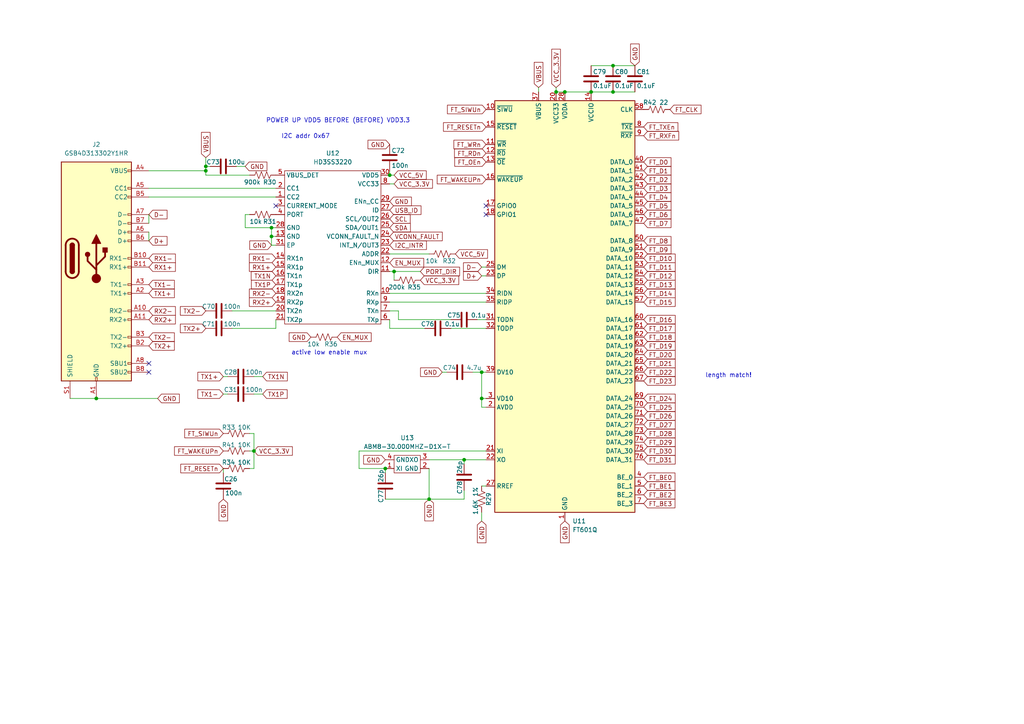
<source format=kicad_sch>
(kicad_sch (version 20231120) (generator "eeschema") (generator_version "8.0")
  (paper "A4")
  (lib_symbols
    (symbol "Connector:USB_C_Receptacle" (pin_names (offset 1.016))
      (property "Reference" "J" (at -10.16 29.21 0))
      (property "Value" "USB_C_Receptacle" (at 10.16 29.21 0))
      (symbol "USB_C_Receptacle_0_0"
        (rectangle (start -0.254 -35.56) (end 0.254 -34.544))
        (rectangle (start 10.16 -32.766) (end 9.144 -33.274))
        (rectangle (start 10.16 -30.226) (end 9.144 -30.734))
        (rectangle (start 10.16 -25.146) (end 9.144 -25.654))
        (rectangle (start 10.16 -22.606) (end 9.144 -23.114))
        (rectangle (start 10.16 -17.526) (end 9.144 -18.034))
        (rectangle (start 10.16 -14.986) (end 9.144 -15.494))
        (rectangle (start 10.16 -9.906) (end 9.144 -10.414))
        (rectangle (start 10.16 -7.366) (end 9.144 -7.874))
        (rectangle (start 10.16 -2.286) (end 9.144 -2.794))
        (rectangle (start 10.16 0.254) (end 9.144 -0.254))
        (rectangle (start 10.16 5.334) (end 9.144 4.826))
        (rectangle (start 10.16 7.874) (end 9.144 7.366))
        (rectangle (start 10.16 10.414) (end 9.144 9.906))
        (rectangle (start 10.16 12.954) (end 9.144 12.446))
        (rectangle (start 10.16 18.034) (end 9.144 17.526))
        (rectangle (start 10.16 20.574) (end 9.144 20.066))
        (rectangle (start 10.16 25.654) (end 9.144 25.146))
      )
      (symbol "USB_C_Receptacle_0_1"
        (rectangle (start -10.16 27.94) (end 10.16 -35.56) (stroke (width 0.254)) (fill (type background)))
        (arc (start -8.89 -3.81) (mid -6.985 -5.7067) (end -5.08 -3.81) (stroke (width 0.508)))
        (arc (start -7.62 -3.81) (mid -6.985 -4.4423) (end -6.35 -3.81) (stroke (width 0.254)))
        (arc (start -7.62 -3.81) (mid -6.985 -4.4423) (end -6.35 -3.81) (stroke (width 0.254)) (fill (type outline)))
        (rectangle (start -7.62 -3.81) (end -6.35 3.81) (stroke (width 0.254)) (fill (type outline)))
        (arc (start -6.35 3.81) (mid -6.985 4.4423) (end -7.62 3.81) (stroke (width 0.254)))
        (arc (start -6.35 3.81) (mid -6.985 4.4423) (end -7.62 3.81) (stroke (width 0.254)) (fill (type outline)))
        (arc (start -5.08 3.81) (mid -6.985 5.7067) (end -8.89 3.81) (stroke (width 0.508)))
        (polyline (pts (xy -8.89 -3.81) (xy -8.89 3.81)) (stroke (width 0.508)))
        (polyline (pts (xy -5.08 3.81) (xy -5.08 -3.81)) (stroke (width 0.508)))
      )
      (symbol "USB_C_Receptacle_1_1"
        (circle (center -2.54 1.143) (radius 0.635) (stroke (width 0.254)) (fill (type outline)))
        (circle (center 0 -5.842) (radius 1.27) (fill (type outline)))
        (polyline (pts (xy 0 -5.842) (xy 0 4.318)) (stroke (width 0.508)))
        (polyline (pts (xy 0 -3.302) (xy -2.54 -0.762) (xy -2.54 0.508)) (stroke (width 0.508)))
        (polyline (pts (xy 0 -2.032) (xy 2.54 0.508) (xy 2.54 1.778)) (stroke (width 0.508)))
        (polyline (pts (xy -1.27 4.318) (xy 0 6.858) (xy 1.27 4.318) (xy -1.27 4.318)) (stroke (width 0.254)) (fill (type outline)))
        (rectangle (start 1.905 1.778) (end 3.175 3.048) (stroke (width 0.254)) (fill (type outline)))
        (pin passive line (at 0 -40.64 90) (length 5.08) (name "GND") (number "A1"))
        (pin bidirectional line (at 15.24 -15.24 180) (length 5.08) (name "RX2-") (number "A10"))
        (pin bidirectional line (at 15.24 -17.78 180) (length 5.08) (name "RX2+") (number "A11"))
        (pin passive line (at 0 -40.64 90) (length 5.08) hide (name "GND") (number "A12"))
        (pin bidirectional line (at 15.24 -10.16 180) (length 5.08) (name "TX1+") (number "A2"))
        (pin bidirectional line (at 15.24 -7.62 180) (length 5.08) (name "TX1-") (number "A3"))
        (pin passive line (at 15.24 25.4 180) (length 5.08) (name "VBUS") (number "A4"))
        (pin bidirectional line (at 15.24 20.32 180) (length 5.08) (name "CC1") (number "A5"))
        (pin bidirectional line (at 15.24 7.62 180) (length 5.08) (name "D+") (number "A6"))
        (pin bidirectional line (at 15.24 12.7 180) (length 5.08) (name "D-") (number "A7"))
        (pin bidirectional line (at 15.24 -30.48 180) (length 5.08) (name "SBU1") (number "A8"))
        (pin passive line (at 15.24 25.4 180) (length 5.08) hide (name "VBUS") (number "A9"))
        (pin passive line (at 0 -40.64 90) (length 5.08) hide (name "GND") (number "B1"))
        (pin bidirectional line (at 15.24 0 180) (length 5.08) (name "RX1-") (number "B10"))
        (pin bidirectional line (at 15.24 -2.54 180) (length 5.08) (name "RX1+") (number "B11"))
        (pin passive line (at 0 -40.64 90) (length 5.08) hide (name "GND") (number "B12"))
        (pin bidirectional line (at 15.24 -25.4 180) (length 5.08) (name "TX2+") (number "B2"))
        (pin bidirectional line (at 15.24 -22.86 180) (length 5.08) (name "TX2-") (number "B3"))
        (pin passive line (at 15.24 25.4 180) (length 5.08) hide (name "VBUS") (number "B4"))
        (pin bidirectional line (at 15.24 17.78 180) (length 5.08) (name "CC2") (number "B5"))
        (pin bidirectional line (at 15.24 5.08 180) (length 5.08) (name "D+") (number "B6"))
        (pin bidirectional line (at 15.24 10.16 180) (length 5.08) (name "D-") (number "B7"))
        (pin bidirectional line (at 15.24 -33.02 180) (length 5.08) (name "SBU2") (number "B8"))
        (pin passive line (at 15.24 25.4 180) (length 5.08) hide (name "VBUS") (number "B9"))
        (pin passive line (at -7.62 -40.64 90) (length 5.08) (name "SHIELD") (number "S1"))
      )
    )
    (symbol "Device:C" (pin_numbers hide) (pin_names (offset 0.254))
      (property "Reference" "C" (at 0.635 2.54 0))
      (property "Value" "C" (at 0.635 -2.54 0))
      (symbol "C_0_1"
        (polyline (pts (xy -2.032 -0.762) (xy 2.032 -0.762)) (stroke (width 0.508)))
        (polyline (pts (xy -2.032 0.762) (xy 2.032 0.762)) (stroke (width 0.508)))
      )
      (symbol "C_1_1"
        (pin passive line (at 0 3.81 270) (length 2.794) (name "~") (number "1"))
        (pin passive line (at 0 -3.81 90) (length 2.794) (name "~") (number "2"))
      )
    )
    (symbol "Device:R_US" (pin_numbers hide) (pin_names (offset 0))
      (property "Reference" "R" (at 2.54 0 90))
      (property "Value" "R_US" (at -2.54 0 90))
      (symbol "R_US_0_1"
        (polyline (pts (xy 0 -2.286) (xy 0 -2.54)))
        (polyline (pts (xy 0 2.286) (xy 0 2.54)))
        (polyline (pts (xy 0 -0.762) (xy 1.016 -1.143) (xy 0 -1.524) (xy -1.016 -1.905) (xy 0 -2.286)))
        (polyline (pts (xy 0 0.762) (xy 1.016 0.381) (xy 0 0) (xy -1.016 -0.381) (xy 0 -0.762)))
        (polyline (pts (xy 0 2.286) (xy 1.016 1.905) (xy 0 1.524) (xy -1.016 1.143) (xy 0 0.762)))
      )
      (symbol "R_US_1_1"
        (pin passive line (at 0 3.81 270) (length 1.27) (name "~") (number "1"))
        (pin passive line (at 0 -3.81 90) (length 1.27) (name "~") (number "2"))
      )
    )
    (symbol "Interface_USB:FT601Q"
      (property "Reference" "U" (at -19.05 62.23 0))
      (property "Value" "FT601Q" (at 16.51 62.23 0))
      (symbol "FT601Q_0_1"
        (rectangle (start -20.32 60.96) (end 20.32 -58.42) (stroke (width 0.254)) (fill (type background)))
      )
      (symbol "FT601Q_1_1"
        (pin power_in line (at 0 -60.96 90) (length 2.54) (name "GND") (number "1"))
        (pin input line (at -22.86 58.42 0) (length 2.54) (name "~{SIWU}") (number "10"))
        (pin input line (at -22.86 48.26 0) (length 2.54) (name "~{WR}") (number "11"))
        (pin input line (at -22.86 45.72 0) (length 2.54) (name "~{RD}") (number "12"))
        (pin input line (at -22.86 43.18 0) (length 2.54) (name "~{OE}") (number "13"))
        (pin power_in line (at 7.62 63.5 270) (length 2.54) (name "VCCIO") (number "14"))
        (pin input line (at -22.86 53.34 0) (length 2.54) (name "~{RESET}") (number "15"))
        (pin bidirectional line (at -22.86 38.1 0) (length 2.54) (name "~{WAKEUP}") (number "16"))
        (pin bidirectional line (at -22.86 30.48 0) (length 2.54) (name "GPIO0") (number "17"))
        (pin bidirectional line (at -22.86 27.94 0) (length 2.54) (name "GPIO1") (number "18"))
        (pin no_connect line (at -20.32 -48.26 0) (length 2.54) hide (name "Reserved") (number "19"))
        (pin power_in line (at -22.86 -27.94 0) (length 2.54) (name "AVDD") (number "2"))
        (pin power_in line (at -2.54 63.5 270) (length 2.54) (name "VCC33") (number "20"))
        (pin input line (at -22.86 -40.64 0) (length 2.54) (name "XI") (number "21"))
        (pin output line (at -22.86 -43.18 0) (length 2.54) (name "XO") (number "22"))
        (pin bidirectional line (at -22.86 10.16 0) (length 2.54) (name "DP") (number "23"))
        (pin passive line (at -2.54 63.5 270) (length 2.54) hide (name "VCC33") (number "24"))
        (pin bidirectional line (at -22.86 12.7 0) (length 2.54) (name "DM") (number "25"))
        (pin passive line (at 0 -60.96 90) (length 2.54) hide (name "GND") (number "26"))
        (pin input line (at -22.86 -50.8 0) (length 2.54) (name "RREF") (number "27"))
        (pin power_in line (at 0 63.5 270) (length 2.54) (name "VDDA") (number "28"))
        (pin passive line (at 0 -60.96 90) (length 2.54) hide (name "GND") (number "29"))
        (pin power_in line (at -22.86 -25.4 0) (length 2.54) (name "VD10") (number "3"))
        (pin passive line (at -22.86 -25.4 0) (length 2.54) hide (name "VD10") (number "30"))
        (pin output line (at -22.86 -2.54 0) (length 2.54) (name "TODN") (number "31"))
        (pin output line (at -22.86 -5.08 0) (length 2.54) (name "TODP") (number "32"))
        (pin passive line (at -22.86 -25.4 0) (length 2.54) hide (name "VD10") (number "33"))
        (pin input line (at -22.86 5.08 0) (length 2.54) (name "RIDN") (number "34"))
        (pin input line (at -22.86 2.54 0) (length 2.54) (name "RIDP") (number "35"))
        (pin passive line (at 0 -60.96 90) (length 2.54) hide (name "GND") (number "36"))
        (pin power_in line (at -7.62 63.5 270) (length 2.54) (name "VBUS") (number "37"))
        (pin passive line (at -2.54 63.5 270) (length 2.54) hide (name "VCC33") (number "38"))
        (pin power_out line (at -22.86 -17.78 0) (length 2.54) (name "DV10") (number "39"))
        (pin bidirectional line (at 22.86 -48.26 180) (length 2.54) (name "BE_0") (number "4"))
        (pin bidirectional line (at 22.86 43.18 180) (length 2.54) (name "DATA_0") (number "40"))
        (pin bidirectional line (at 22.86 40.64 180) (length 2.54) (name "DATA_1") (number "41"))
        (pin bidirectional line (at 22.86 38.1 180) (length 2.54) (name "DATA_2") (number "42"))
        (pin bidirectional line (at 22.86 35.56 180) (length 2.54) (name "DATA_3") (number "43"))
        (pin bidirectional line (at 22.86 33.02 180) (length 2.54) (name "DATA_4") (number "44"))
        (pin bidirectional line (at 22.86 30.48 180) (length 2.54) (name "DATA_5") (number "45"))
        (pin bidirectional line (at 22.86 27.94 180) (length 2.54) (name "DATA_6") (number "46"))
        (pin bidirectional line (at 22.86 25.4 180) (length 2.54) (name "DATA_7") (number "47"))
        (pin passive line (at -22.86 -25.4 0) (length 2.54) hide (name "VD10") (number "48"))
        (pin passive line (at 7.62 63.5 270) (length 2.54) hide (name "VCCIO") (number "49"))
        (pin bidirectional line (at 22.86 -50.8 180) (length 2.54) (name "BE_1") (number "5"))
        (pin bidirectional line (at 22.86 20.32 180) (length 2.54) (name "DATA_8") (number "50"))
        (pin bidirectional line (at 22.86 17.78 180) (length 2.54) (name "DATA_9") (number "51"))
        (pin bidirectional line (at 22.86 15.24 180) (length 2.54) (name "DATA_10") (number "52"))
        (pin bidirectional line (at 22.86 12.7 180) (length 2.54) (name "DATA_11") (number "53"))
        (pin bidirectional line (at 22.86 10.16 180) (length 2.54) (name "DATA_12") (number "54"))
        (pin bidirectional line (at 22.86 7.62 180) (length 2.54) (name "DATA_13") (number "55"))
        (pin bidirectional line (at 22.86 5.08 180) (length 2.54) (name "DATA_14") (number "56"))
        (pin bidirectional line (at 22.86 2.54 180) (length 2.54) (name "DATA_15") (number "57"))
        (pin output line (at 22.86 58.42 180) (length 2.54) (name "CLK") (number "58"))
        (pin passive line (at 7.62 63.5 270) (length 2.54) hide (name "VCCIO") (number "59"))
        (pin bidirectional line (at 22.86 -53.34 180) (length 2.54) (name "BE_2") (number "6"))
        (pin bidirectional line (at 22.86 -2.54 180) (length 2.54) (name "DATA_16") (number "60"))
        (pin bidirectional line (at 22.86 -5.08 180) (length 2.54) (name "DATA_17") (number "61"))
        (pin bidirectional line (at 22.86 -7.62 180) (length 2.54) (name "DATA_18") (number "62"))
        (pin bidirectional line (at 22.86 -10.16 180) (length 2.54) (name "DATA_19") (number "63"))
        (pin bidirectional line (at 22.86 -12.7 180) (length 2.54) (name "DATA_20") (number "64"))
        (pin bidirectional line (at 22.86 -15.24 180) (length 2.54) (name "DATA_21") (number "65"))
        (pin bidirectional line (at 22.86 -17.78 180) (length 2.54) (name "DATA_22") (number "66"))
        (pin bidirectional line (at 22.86 -20.32 180) (length 2.54) (name "DATA_23") (number "67"))
        (pin passive line (at 7.62 63.5 270) (length 2.54) hide (name "VCCIO") (number "68"))
        (pin bidirectional line (at 22.86 -25.4 180) (length 2.54) (name "DATA_24") (number "69"))
        (pin bidirectional line (at 22.86 -55.88 180) (length 2.54) (name "BE_3") (number "7"))
        (pin bidirectional line (at 22.86 -27.94 180) (length 2.54) (name "DATA_25") (number "70"))
        (pin bidirectional line (at 22.86 -30.48 180) (length 2.54) (name "DATA_26") (number "71"))
        (pin bidirectional line (at 22.86 -33.02 180) (length 2.54) (name "DATA_27") (number "72"))
        (pin bidirectional line (at 22.86 -35.56 180) (length 2.54) (name "DATA_28") (number "73"))
        (pin bidirectional line (at 22.86 -38.1 180) (length 2.54) (name "DATA_29") (number "74"))
        (pin bidirectional line (at 22.86 -40.64 180) (length 2.54) (name "DATA_30") (number "75"))
        (pin bidirectional line (at 22.86 -43.18 180) (length 2.54) (name "DATA_31") (number "76"))
        (pin passive line (at 0 -60.96 90) (length 2.54) hide (name "GND") (number "77"))
        (pin output line (at 22.86 53.34 180) (length 2.54) (name "~{TXE}") (number "8"))
        (pin output line (at 22.86 50.8 180) (length 2.54) (name "~{RXF}") (number "9"))
      )
    )
    (symbol "hfsdr:ABM8-30.000MHZ-D1X-T"
      (property "Reference" "U" (at 0 3.81 0))
      (property "Value" "ABM8-30.000MHZ-D1X-T " (at 1.27 -1.27 0))
      (symbol "ABM8-30.000MHZ-D1X-T_0_1"
        (rectangle (start -3.81 2.54) (end 3.81 -2.54))
      )
      (symbol "ABM8-30.000MHZ-D1X-T_1_1"
        (pin passive line (at -6.35 -1.27 0) (length 2.54) (name "XI") (number "1"))
        (pin passive line (at 6.35 -1.27 180) (length 2.54) (name "GND") (number "2"))
        (pin passive line (at 6.35 1.27 180) (length 2.54) (name "XO") (number "3"))
        (pin passive line (at -6.35 1.27 0) (length 2.54) (name "GND") (number "4"))
      )
    )
    (symbol "hfsdr:HD3SS3220"
      (property "Reference" "U" (at 0 -3.302 0))
      (property "Value" "HD3SS3220" (at 0 -12.192 0))
      (symbol "HD3SS3220_0_1"
        (rectangle (start -13.97 19.05) (end 13.97 -25.4))
      )
      (symbol "HD3SS3220_1_1"
        (pin bidirectional line (at -16.51 11.43 0) (length 2.54) (name "CC2") (number "1"))
        (pin bidirectional line (at 16.51 -16.51 180) (length 2.54) (name "RXn") (number "10"))
        (pin output line (at 16.51 -10.16 180) (length 2.54) (name "DIR") (number "11"))
        (pin input line (at 16.51 -7.62 180) (length 2.54) (name "ENn_MUX") (number "12"))
        (pin passive line (at -16.51 0 0) (length 2.54) (name "GND") (number "13"))
        (pin bidirectional line (at -16.51 -6.35 0) (length 2.54) (name "RX1n") (number "14"))
        (pin bidirectional line (at -16.51 -8.89 0) (length 2.54) (name "RX1p") (number "15"))
        (pin bidirectional line (at -16.51 -11.43 0) (length 2.54) (name "TX1n") (number "16"))
        (pin bidirectional line (at -16.51 -13.97 0) (length 2.54) (name "TX1p") (number "17"))
        (pin bidirectional line (at -16.51 -16.51 0) (length 2.54) (name "RX2n") (number "18"))
        (pin bidirectional line (at -16.51 -19.05 0) (length 2.54) (name "RX2p") (number "19"))
        (pin bidirectional line (at -16.51 13.97 0) (length 2.54) (name "CC1") (number "2"))
        (pin bidirectional line (at -16.51 -21.59 0) (length 2.54) (name "TX2n") (number "20"))
        (pin bidirectional line (at -16.51 -24.13 0) (length 2.54) (name "TX2p") (number "21"))
        (pin input line (at 16.51 -5.08 180) (length 2.54) (name "ADDR") (number "22"))
        (pin output line (at 16.51 -2.54 180) (length 2.54) (name "INT_N/OUT3") (number "23"))
        (pin output line (at 16.51 0 180) (length 2.54) (name "VCONN_FAULT_N") (number "24"))
        (pin bidirectional line (at 16.51 2.54 180) (length 2.54) (name "SDA/OUT1") (number "25"))
        (pin bidirectional line (at 16.51 5.08 180) (length 2.54) (name "SCL/OUT2") (number "26"))
        (pin output line (at 16.51 7.62 180) (length 2.54) (name "ID") (number "27"))
        (pin passive line (at -16.51 2.54 0) (length 2.54) (name "GND") (number "28"))
        (pin input line (at 16.51 10.16 180) (length 2.54) (name "ENn_CC") (number "29"))
        (pin input line (at -16.51 8.89 0) (length 2.54) (name "CURRENT_MODE") (number "3"))
        (pin power_in line (at 16.51 17.78 180) (length 2.54) (name "VDD5") (number "30"))
        (pin passive line (at -16.51 -2.54 0) (length 2.54) (name "EP") (number "31"))
        (pin input line (at -16.51 6.35 0) (length 2.54) (name "PORT") (number "4"))
        (pin input line (at -16.51 17.78 0) (length 2.54) (name "VBUS_DET") (number "5"))
        (pin bidirectional line (at 16.51 -24.13 180) (length 2.54) (name "TXp") (number "6"))
        (pin bidirectional line (at 16.51 -21.59 180) (length 2.54) (name "TXn") (number "7"))
        (pin power_in line (at 16.51 15.24 180) (length 2.54) (name "VCC33") (number "8"))
        (pin bidirectional line (at 16.51 -19.05 180) (length 2.54) (name "RXp") (number "9"))
      )
    )
  )
  (junction (at 73.66 130.81))
  (junction (at 163.83 26.67))
  (junction (at 27.94 115.57))
  (junction (at 139.7 115.57))
  (junction (at 78.74 68.58))
  (junction (at 139.7 107.95))
  (junction (at 59.69 48.26))
  (junction (at 59.69 49.53))
  (junction (at 124.46 144.78))
  (junction (at 177.8 26.67))
  (junction (at 78.74 66.04))
  (junction (at 114.3 78.74))
  (junction (at 111.76 135.89))
  (junction (at 134.62 133.35))
  (junction (at 171.45 26.67))
  (junction (at 113.03 50.8))
  (junction (at 161.29 26.67))
  (junction (at 177.8 19.05))
  (no_connect (at 140.97 59.69))
  (no_connect (at 80.01 59.69))
  (no_connect (at 43.18 105.41))
  (no_connect (at 140.97 62.23))
  (no_connect (at 43.18 107.95))
  (wire (pts (xy 130.81 95.25) (xy 140.97 95.25)))
  (wire (pts (xy 139.7 80.01) (xy 140.97 80.01)))
  (wire (pts (xy 114.3 78.74) (xy 113.03 78.74)))
  (wire (pts (xy 113.03 87.63) (xy 140.97 87.63)))
  (wire (pts (xy 59.69 45.72) (xy 59.69 48.26)))
  (wire (pts (xy 104.14 135.89) (xy 111.76 135.89)))
  (wire (pts (xy 67.31 90.17) (xy 80.01 90.17)))
  (wire (pts (xy 139.7 77.47) (xy 140.97 77.47)))
  (wire (pts (xy 104.14 130.81) (xy 104.14 135.89)))
  (wire (pts (xy 177.8 19.05) (xy 184.15 19.05)))
  (wire (pts (xy 72.39 62.23) (xy 71.12 62.23)))
  (wire (pts (xy 72.39 125.73) (xy 73.66 125.73)))
  (wire (pts (xy 128.27 107.95) (xy 129.54 107.95)))
  (wire (pts (xy 114.3 78.74) (xy 121.92 78.74)))
  (wire (pts (xy 64.77 114.3) (xy 66.04 114.3)))
  (wire (pts (xy 138.43 92.71) (xy 140.97 92.71)))
  (wire (pts (xy 111.76 144.78) (xy 124.46 144.78)))
  (wire (pts (xy 115.57 92.71) (xy 115.57 90.17)))
  (wire (pts (xy 59.69 48.26) (xy 60.96 48.26)))
  (wire (pts (xy 113.03 53.34) (xy 114.3 53.34)))
  (wire (pts (xy 134.62 133.35) (xy 140.97 133.35)))
  (wire (pts (xy 43.18 49.53) (xy 59.69 49.53)))
  (wire (pts (xy 43.18 62.23) (xy 43.18 64.77)))
  (wire (pts (xy 139.7 118.11) (xy 140.97 118.11)))
  (wire (pts (xy 59.69 48.26) (xy 59.69 49.53)))
  (wire (pts (xy 78.74 71.12) (xy 80.01 71.12)))
  (wire (pts (xy 78.74 68.58) (xy 80.01 68.58)))
  (wire (pts (xy 124.46 135.89) (xy 124.46 144.78)))
  (wire (pts (xy 177.8 26.67) (xy 184.15 26.67)))
  (wire (pts (xy 43.18 54.61) (xy 80.01 54.61)))
  (wire (pts (xy 139.7 107.95) (xy 140.97 107.95)))
  (wire (pts (xy 124.46 144.78) (xy 134.62 144.78)))
  (wire (pts (xy 111.76 137.16) (xy 111.76 135.89)))
  (wire (pts (xy 113.03 73.66) (xy 124.46 73.66)))
  (wire (pts (xy 171.45 26.67) (xy 177.8 26.67)))
  (wire (pts (xy 139.7 140.97) (xy 140.97 140.97)))
  (wire (pts (xy 80.01 95.25) (xy 67.31 95.25)))
  (wire (pts (xy 78.74 68.58) (xy 78.74 71.12)))
  (wire (pts (xy 113.03 49.53) (xy 113.03 50.8)))
  (wire (pts (xy 161.29 25.4) (xy 161.29 26.67)))
  (wire (pts (xy 78.74 66.04) (xy 80.01 66.04)))
  (wire (pts (xy 156.21 25.4) (xy 156.21 26.67)))
  (wire (pts (xy 71.12 62.23) (xy 71.12 66.04)))
  (wire (pts (xy 161.29 26.67) (xy 163.83 26.67)))
  (wire (pts (xy 27.94 115.57) (xy 45.72 115.57)))
  (wire (pts (xy 113.03 85.09) (xy 140.97 85.09)))
  (wire (pts (xy 115.57 90.17) (xy 113.03 90.17)))
  (wire (pts (xy 163.83 26.67) (xy 171.45 26.67)))
  (wire (pts (xy 134.62 142.24) (xy 134.62 144.78)))
  (wire (pts (xy 76.2 109.22) (xy 73.66 109.22)))
  (wire (pts (xy 80.01 92.71) (xy 80.01 95.25)))
  (wire (pts (xy 76.2 114.3) (xy 73.66 114.3)))
  (wire (pts (xy 114.3 50.8) (xy 113.03 50.8)))
  (wire (pts (xy 113.03 95.25) (xy 113.03 92.71)))
  (wire (pts (xy 137.16 107.95) (xy 139.7 107.95)))
  (wire (pts (xy 171.45 19.05) (xy 177.8 19.05)))
  (wire (pts (xy 73.66 130.81) (xy 72.39 130.81)))
  (wire (pts (xy 123.19 95.25) (xy 113.03 95.25)))
  (wire (pts (xy 114.3 78.74) (xy 114.3 81.28)))
  (wire (pts (xy 71.12 66.04) (xy 78.74 66.04)))
  (wire (pts (xy 78.74 66.04) (xy 78.74 68.58)))
  (wire (pts (xy 43.18 67.31) (xy 43.18 69.85)))
  (wire (pts (xy 72.39 135.89) (xy 73.66 135.89)))
  (wire (pts (xy 59.69 49.53) (xy 59.69 50.8)))
  (wire (pts (xy 73.66 125.73) (xy 73.66 130.81)))
  (wire (pts (xy 139.7 115.57) (xy 140.97 115.57)))
  (wire (pts (xy 139.7 151.13) (xy 139.7 148.59)))
  (wire (pts (xy 139.7 115.57) (xy 139.7 118.11)))
  (wire (pts (xy 134.62 134.62) (xy 134.62 133.35)))
  (wire (pts (xy 130.81 92.71) (xy 115.57 92.71)))
  (wire (pts (xy 59.69 50.8) (xy 72.39 50.8)))
  (wire (pts (xy 43.18 57.15) (xy 80.01 57.15)))
  (wire (pts (xy 104.14 130.81) (xy 140.97 130.81)))
  (wire (pts (xy 64.77 137.16) (xy 64.77 135.89)))
  (wire (pts (xy 124.46 133.35) (xy 134.62 133.35)))
  (wire (pts (xy 20.32 115.57) (xy 27.94 115.57)))
  (wire (pts (xy 71.12 48.26) (xy 68.58 48.26)))
  (wire (pts (xy 64.77 109.22) (xy 66.04 109.22)))
  (wire (pts (xy 139.7 107.95) (xy 139.7 115.57)))
  (wire (pts (xy 73.66 135.89) (xy 73.66 130.81)))
  (text "active low enable mux" (at 95.504 102.362 0) (effects (font (size 1.27 1.27))))
  (text "POWER UP VDD5 BEFORE (BEFORE) VDD3.3" (at 98.044 35.052 0) (effects (font (size 1.27 1.27))))
  (text "length match!" (at 211.328 108.966 0) (effects (font (size 1.27 1.27))))
  (text "I2C addr 0x67" (at 88.646 39.624 0) (effects (font (size 1.27 1.27))))
  (global_label "FT_D18" (shape input) (at 186.69 97.79 0) (property "Intersheetrefs" "${INTERSHEET_REFS}" (effects (hide yes))))
  (global_label "RX2-" (shape input) (at 80.01 85.09 180) (property "Intersheetrefs" "${INTERSHEET_REFS}" (effects (hide yes))))
  (global_label "FT_D16" (shape input) (at 186.69 92.71 0) (property "Intersheetrefs" "${INTERSHEET_REFS}" (effects (hide yes))))
  (global_label "GND" (shape input) (at 184.15 19.05 90) (property "Intersheetrefs" "${INTERSHEET_REFS}" (effects (hide yes))))
  (global_label "FT_D8" (shape input) (at 186.69 69.85 0) (property "Intersheetrefs" "${INTERSHEET_REFS}" (effects (hide yes))))
  (global_label "TX1+" (shape input) (at 64.77 109.22 180) (property "Intersheetrefs" "${INTERSHEET_REFS}" (effects (hide yes))))
  (global_label "FT_D22" (shape input) (at 186.69 107.95 0) (property "Intersheetrefs" "${INTERSHEET_REFS}" (effects (hide yes))))
  (global_label "FT_D23" (shape input) (at 186.69 110.49 0) (property "Intersheetrefs" "${INTERSHEET_REFS}" (effects (hide yes))))
  (global_label "FT_RESETn" (shape input) (at 140.97 36.83 180) (property "Intersheetrefs" "${INTERSHEET_REFS}" (effects (hide yes))))
  (global_label "FT_D3" (shape input) (at 186.69 54.61 0) (property "Intersheetrefs" "${INTERSHEET_REFS}" (effects (hide yes))))
  (global_label "VCC_3.3V" (shape input) (at 73.66 130.81 0) (property "Intersheetrefs" "${INTERSHEET_REFS}" (effects (hide yes))))
  (global_label "TX2-" (shape input) (at 59.69 90.17 180) (property "Intersheetrefs" "${INTERSHEET_REFS}" (effects (hide yes))))
  (global_label "FT_D11" (shape input) (at 186.69 77.47 0) (property "Intersheetrefs" "${INTERSHEET_REFS}" (effects (hide yes))))
  (global_label "VCC_3.3V" (shape input) (at 114.3 53.34 0) (property "Intersheetrefs" "${INTERSHEET_REFS}" (effects (hide yes))))
  (global_label "FT_SIWUn" (shape input) (at 64.77 125.73 180) (property "Intersheetrefs" "${INTERSHEET_REFS}" (effects (hide yes))))
  (global_label "FT_RESETn" (shape input) (at 64.77 135.89 180) (property "Intersheetrefs" "${INTERSHEET_REFS}" (effects (hide yes))))
  (global_label "FT_D10" (shape input) (at 186.69 74.93 0) (property "Intersheetrefs" "${INTERSHEET_REFS}" (effects (hide yes))))
  (global_label "FT_D14" (shape input) (at 186.69 85.09 0) (property "Intersheetrefs" "${INTERSHEET_REFS}" (effects (hide yes))))
  (global_label "FT_BE2" (shape input) (at 186.69 143.51 0) (property "Intersheetrefs" "${INTERSHEET_REFS}" (effects (hide yes))))
  (global_label "GND" (shape input) (at 113.03 41.91 180) (property "Intersheetrefs" "${INTERSHEET_REFS}" (effects (hide yes))))
  (global_label "RX1+" (shape input) (at 80.01 77.47 180) (property "Intersheetrefs" "${INTERSHEET_REFS}" (effects (hide yes))))
  (global_label "GND" (shape input) (at 139.7 151.13 270) (property "Intersheetrefs" "${INTERSHEET_REFS}" (effects (hide yes))))
  (global_label "PORT_DIR" (shape input) (at 121.92 78.74 0) (property "Intersheetrefs" "${INTERSHEET_REFS}" (effects (hide yes))))
  (global_label "FT_RDn" (shape input) (at 140.97 44.45 180) (property "Intersheetrefs" "${INTERSHEET_REFS}" (effects (hide yes))))
  (global_label "GND" (shape input) (at 90.17 97.79 180) (property "Intersheetrefs" "${INTERSHEET_REFS}" (effects (hide yes))))
  (global_label "FT_D0" (shape input) (at 186.69 46.99 0) (property "Intersheetrefs" "${INTERSHEET_REFS}" (effects (hide yes))))
  (global_label "FT_D4" (shape input) (at 186.69 57.15 0) (property "Intersheetrefs" "${INTERSHEET_REFS}" (effects (hide yes))))
  (global_label "EN_MUX" (shape input) (at 113.03 76.2 0) (property "Intersheetrefs" "${INTERSHEET_REFS}" (effects (hide yes))))
  (global_label "FT_D1" (shape input) (at 186.69 49.53 0) (property "Intersheetrefs" "${INTERSHEET_REFS}" (effects (hide yes))))
  (global_label "D-" (shape input) (at 139.7 77.47 180) (property "Intersheetrefs" "${INTERSHEET_REFS}" (effects (hide yes))))
  (global_label "FT_D24" (shape input) (at 186.69 115.57 0) (property "Intersheetrefs" "${INTERSHEET_REFS}" (effects (hide yes))))
  (global_label "GND" (shape input) (at 124.46 144.78 270) (property "Intersheetrefs" "${INTERSHEET_REFS}" (effects (hide yes))))
  (global_label "FT_WAKEUPn" (shape input) (at 140.97 52.07 180) (property "Intersheetrefs" "${INTERSHEET_REFS}" (effects (hide yes))))
  (global_label "VCC_5V" (shape input) (at 114.3 50.8 0) (property "Intersheetrefs" "${INTERSHEET_REFS}" (effects (hide yes))))
  (global_label "I2C_INTR" (shape input) (at 113.03 71.12 0) (property "Intersheetrefs" "${INTERSHEET_REFS}" (effects (hide yes))))
  (global_label "FT_OEn" (shape input) (at 140.97 46.99 180) (property "Intersheetrefs" "${INTERSHEET_REFS}" (effects (hide yes))))
  (global_label "GND" (shape input) (at 111.76 133.35 180) (property "Intersheetrefs" "${INTERSHEET_REFS}" (effects (hide yes))))
  (global_label "FT_D15" (shape input) (at 186.69 87.63 0) (property "Intersheetrefs" "${INTERSHEET_REFS}" (effects (hide yes))))
  (global_label "FT_D30" (shape input) (at 186.69 130.81 0) (property "Intersheetrefs" "${INTERSHEET_REFS}" (effects (hide yes))))
  (global_label "RX1-" (shape input) (at 43.18 74.93 0) (property "Intersheetrefs" "${INTERSHEET_REFS}" (effects (hide yes))))
  (global_label "FT_D27" (shape input) (at 186.69 123.19 0) (property "Intersheetrefs" "${INTERSHEET_REFS}" (effects (hide yes))))
  (global_label "FT_BE1" (shape input) (at 186.69 140.97 0) (property "Intersheetrefs" "${INTERSHEET_REFS}" (effects (hide yes))))
  (global_label "VBUS" (shape input) (at 156.21 25.4 90) (property "Intersheetrefs" "${INTERSHEET_REFS}" (effects (hide yes))))
  (global_label "SCL" (shape input) (at 113.03 63.5 0) (property "Intersheetrefs" "${INTERSHEET_REFS}" (effects (hide yes))))
  (global_label "TX2+" (shape input) (at 59.69 95.25 180) (property "Intersheetrefs" "${INTERSHEET_REFS}" (effects (hide yes))))
  (global_label "VCONN_FAULT" (shape input) (at 113.03 68.58 0) (property "Intersheetrefs" "${INTERSHEET_REFS}" (effects (hide yes))))
  (global_label "FT_D2" (shape input) (at 186.69 52.07 0) (property "Intersheetrefs" "${INTERSHEET_REFS}" (effects (hide yes))))
  (global_label "FT_D26" (shape input) (at 186.69 120.65 0) (property "Intersheetrefs" "${INTERSHEET_REFS}" (effects (hide yes))))
  (global_label "SDA" (shape input) (at 113.03 66.04 0) (property "Intersheetrefs" "${INTERSHEET_REFS}" (effects (hide yes))))
  (global_label "GND" (shape input) (at 163.83 151.13 270) (property "Intersheetrefs" "${INTERSHEET_REFS}" (effects (hide yes))))
  (global_label "GND" (shape input) (at 45.72 115.57 0) (property "Intersheetrefs" "${INTERSHEET_REFS}" (effects (hide yes))))
  (global_label "VCC_3.3V" (shape input) (at 121.92 81.28 0) (property "Intersheetrefs" "${INTERSHEET_REFS}" (effects (hide yes))))
  (global_label "FT_CLK" (shape input) (at 194.31 31.75 0) (property "Intersheetrefs" "${INTERSHEET_REFS}" (effects (hide yes))))
  (global_label "TX1N" (shape input) (at 76.2 109.22 0) (property "Intersheetrefs" "${INTERSHEET_REFS}" (effects (hide yes))))
  (global_label "FT_BE0" (shape input) (at 186.69 138.43 0) (property "Intersheetrefs" "${INTERSHEET_REFS}" (effects (hide yes))))
  (global_label "FT_D25" (shape input) (at 186.69 118.11 0) (property "Intersheetrefs" "${INTERSHEET_REFS}" (effects (hide yes))))
  (global_label "FT_WAKEUPn" (shape input) (at 64.77 130.81 180) (property "Intersheetrefs" "${INTERSHEET_REFS}" (effects (hide yes))))
  (global_label "TX1-" (shape input) (at 64.77 114.3 180) (property "Intersheetrefs" "${INTERSHEET_REFS}" (effects (hide yes))))
  (global_label "FT_D19" (shape input) (at 186.69 100.33 0) (property "Intersheetrefs" "${INTERSHEET_REFS}" (effects (hide yes))))
  (global_label "D+" (shape input) (at 139.7 80.01 180) (property "Intersheetrefs" "${INTERSHEET_REFS}" (effects (hide yes))))
  (global_label "FT_RXFn" (shape input) (at 186.69 39.37 0) (property "Intersheetrefs" "${INTERSHEET_REFS}" (effects (hide yes))))
  (global_label "FT_D5" (shape input) (at 186.69 59.69 0) (property "Intersheetrefs" "${INTERSHEET_REFS}" (effects (hide yes))))
  (global_label "FT_SIWUn" (shape input) (at 140.97 31.75 180) (property "Intersheetrefs" "${INTERSHEET_REFS}" (effects (hide yes))))
  (global_label "RX2+" (shape input) (at 80.01 87.63 180) (property "Intersheetrefs" "${INTERSHEET_REFS}" (effects (hide yes))))
  (global_label "D-" (shape input) (at 43.18 62.23 0) (property "Intersheetrefs" "${INTERSHEET_REFS}" (effects (hide yes))))
  (global_label "FT_D9" (shape input) (at 186.69 72.39 0) (property "Intersheetrefs" "${INTERSHEET_REFS}" (effects (hide yes))))
  (global_label "FT_D12" (shape input) (at 186.69 80.01 0) (property "Intersheetrefs" "${INTERSHEET_REFS}" (effects (hide yes))))
  (global_label "FT_D29" (shape input) (at 186.69 128.27 0) (property "Intersheetrefs" "${INTERSHEET_REFS}" (effects (hide yes))))
  (global_label "TX1-" (shape input) (at 43.18 82.55 0) (property "Intersheetrefs" "${INTERSHEET_REFS}" (effects (hide yes))))
  (global_label "FT_D28" (shape input) (at 186.69 125.73 0) (property "Intersheetrefs" "${INTERSHEET_REFS}" (effects (hide yes))))
  (global_label "TX2+" (shape input) (at 43.18 100.33 0) (property "Intersheetrefs" "${INTERSHEET_REFS}" (effects (hide yes))))
  (global_label "FT_D6" (shape input) (at 186.69 62.23 0) (property "Intersheetrefs" "${INTERSHEET_REFS}" (effects (hide yes))))
  (global_label "RX1+" (shape input) (at 43.18 77.47 0) (property "Intersheetrefs" "${INTERSHEET_REFS}" (effects (hide yes))))
  (global_label "VBUS" (shape input) (at 59.69 45.72 90) (property "Intersheetrefs" "${INTERSHEET_REFS}" (effects (hide yes))))
  (global_label "D+" (shape input) (at 43.18 69.85 0) (property "Intersheetrefs" "${INTERSHEET_REFS}" (effects (hide yes))))
  (global_label "VCC_3.3V" (shape input) (at 161.29 25.4 90) (property "Intersheetrefs" "${INTERSHEET_REFS}" (effects (hide yes))))
  (global_label "RX1-" (shape input) (at 80.01 74.93 180) (property "Intersheetrefs" "${INTERSHEET_REFS}" (effects (hide yes))))
  (global_label "GND" (shape input) (at 64.77 144.78 270) (property "Intersheetrefs" "${INTERSHEET_REFS}" (effects (hide yes))))
  (global_label "VCC_5V" (shape input) (at 132.08 73.66 0) (property "Intersheetrefs" "${INTERSHEET_REFS}" (effects (hide yes))))
  (global_label "TX1+" (shape input) (at 43.18 85.09 0) (property "Intersheetrefs" "${INTERSHEET_REFS}" (effects (hide yes))))
  (global_label "TX2-" (shape input) (at 43.18 97.79 0) (property "Intersheetrefs" "${INTERSHEET_REFS}" (effects (hide yes))))
  (global_label "GND" (shape input) (at 113.03 58.42 0) (property "Intersheetrefs" "${INTERSHEET_REFS}" (effects (hide yes))))
  (global_label "FT_D21" (shape input) (at 186.69 105.41 0) (property "Intersheetrefs" "${INTERSHEET_REFS}" (effects (hide yes))))
  (global_label "FT_D20" (shape input) (at 186.69 102.87 0) (property "Intersheetrefs" "${INTERSHEET_REFS}" (effects (hide yes))))
  (global_label "USB_ID" (shape input) (at 113.03 60.96 0) (property "Intersheetrefs" "${INTERSHEET_REFS}" (effects (hide yes))))
  (global_label "TX1P" (shape input) (at 80.01 82.55 180) (property "Intersheetrefs" "${INTERSHEET_REFS}" (effects (hide yes))))
  (global_label "EN_MUX" (shape input) (at 97.79 97.79 0) (property "Intersheetrefs" "${INTERSHEET_REFS}" (effects (hide yes))))
  (global_label "FT_D13" (shape input) (at 186.69 82.55 0) (property "Intersheetrefs" "${INTERSHEET_REFS}" (effects (hide yes))))
  (global_label "GND" (shape input) (at 128.27 107.95 180) (property "Intersheetrefs" "${INTERSHEET_REFS}" (effects (hide yes))))
  (global_label "TX1P" (shape input) (at 76.2 114.3 0) (property "Intersheetrefs" "${INTERSHEET_REFS}" (effects (hide yes))))
  (global_label "FT_BE3" (shape input) (at 186.69 146.05 0) (property "Intersheetrefs" "${INTERSHEET_REFS}" (effects (hide yes))))
  (global_label "FT_WRn" (shape input) (at 140.97 41.91 180) (property "Intersheetrefs" "${INTERSHEET_REFS}" (effects (hide yes))))
  (global_label "RX2-" (shape input) (at 43.18 90.17 0) (property "Intersheetrefs" "${INTERSHEET_REFS}" (effects (hide yes))))
  (global_label "FT_TXEn" (shape input) (at 186.69 36.83 0) (property "Intersheetrefs" "${INTERSHEET_REFS}" (effects (hide yes))))
  (global_label "RX2+" (shape input) (at 43.18 92.71 0) (property "Intersheetrefs" "${INTERSHEET_REFS}" (effects (hide yes))))
  (global_label "GND" (shape input) (at 71.12 48.26 0) (property "Intersheetrefs" "${INTERSHEET_REFS}" (effects (hide yes))))
  (global_label "FT_D7" (shape input) (at 186.69 64.77 0) (property "Intersheetrefs" "${INTERSHEET_REFS}" (effects (hide yes))))
  (global_label "TX1N" (shape input) (at 80.01 80.01 180) (property "Intersheetrefs" "${INTERSHEET_REFS}" (effects (hide yes))))
  (global_label "GND" (shape input) (at 78.74 71.12 180) (property "Intersheetrefs" "${INTERSHEET_REFS}" (effects (hide yes))))
  (global_label "FT_D17" (shape input) (at 186.69 95.25 0) (property "Intersheetrefs" "${INTERSHEET_REFS}" (effects (hide yes))))
  (global_label "FT_D31" (shape input) (at 186.69 133.35 0) (property "Intersheetrefs" "${INTERSHEET_REFS}" (effects (hide yes))))
  (symbol (lib_id "Device:C") (at 69.85 114.3 90) (unit 1)
    (property "Reference" "C31" (at 68.834 113.03 90) (effects (justify left)))
    (property "Value" "100n" (at 76.2 113.03 90) (effects (justify left)))
    (property "Footprint" "Capacitor_SMD:C_0402_1005Metric" (effects (hide yes)))
    (property "Description" "Unpolarized capacitor" (effects (hide yes)))
  )
  (symbol (lib_id "Device:R_US") (at 68.58 135.89 90) (unit 1)
    (property "Reference" "R34" (at 66.294 134.112 90))
    (property "Value" "10K" (at 70.866 134.112 90))
    (property "Footprint" "Resistor_SMD:R_0402_1005Metric" (effects (hide yes)))
    (property "Description" "Resistor, US symbol" (effects (hide yes)))
  )
  (symbol (lib_id "Device:C") (at 113.03 45.72 0) (unit 1)
    (property "Reference" "C72" (at 113.538 43.688 0) (effects (justify left)))
    (property "Value" "100n" (at 113.538 48.006 0) (effects (justify left)))
    (property "Footprint" "Capacitor_SMD:C_0402_1005Metric" (effects (hide yes)))
    (property "Description" "Unpolarized capacitor" (effects (hide yes)))
  )
  (symbol (lib_id "Device:C") (at 64.77 140.97 0) (unit 1)
    (property "Reference" "C26" (at 65.024 138.938 0) (effects (justify left)))
    (property "Value" "100n" (at 65.278 143.002 0) (effects (justify left)))
    (property "Footprint" "Capacitor_SMD:C_0402_1005Metric" (effects (hide yes)))
    (property "Description" "Unpolarized capacitor" (effects (hide yes)))
  )
  (symbol (lib_id "Device:R_US") (at 190.5 31.75 90) (unit 1) (on_board no)
    (property "Reference" "R42" (at 188.468 29.718 90))
    (property "Value" "22" (at 192.532 29.718 90))
    (property "Footprint" "Resistor_SMD:R_0402_1005Metric" (effects (hide yes)))
    (property "Description" "Resistor, US symbol" (effects (hide yes)))
  )
  (symbol (lib_id "Device:R_US") (at 76.2 50.8 270) (unit 1) (on_board no)
    (property "Reference" "R30" (at 78.232 52.832 90))
    (property "Value" "900k" (at 73.152 52.832 90))
    (property "Footprint" "Resistor_SMD:R_0402_1005Metric" (effects (hide yes)))
    (property "Description" "Resistor, US symbol" (effects (hide yes)))
  )
  (symbol (lib_id "Device:C") (at 184.15 22.86 0) (unit 1)
    (property "Reference" "C81" (at 184.658 20.828 0) (effects (justify left)))
    (property "Value" "0.1uF" (at 184.658 24.892 0) (effects (justify left)))
    (property "Footprint" "Capacitor_SMD:C_0402_1005Metric" (effects (hide yes)))
    (property "Description" "Unpolarized capacitor" (effects (hide yes)))
  )
  (symbol (lib_id "Device:C") (at 64.77 48.26 90) (unit 1)
    (property "Reference" "C73" (at 63.754 46.99 90) (effects (justify left)))
    (property "Value" "100u" (at 71.12 46.99 90) (effects (justify left)))
    (property "Footprint" "Capacitor_SMD:C_0402_1005Metric" (effects (hide yes)))
    (property "Description" "Unpolarized capacitor" (effects (hide yes)))
  )
  (symbol (lib_id "Device:R_US") (at 76.2 62.23 270) (unit 1) (on_board no)
    (property "Reference" "R31" (at 78.232 64.262 90))
    (property "Value" "10k" (at 74.168 64.262 90))
    (property "Footprint" "Resistor_SMD:R_0402_1005Metric" (effects (hide yes)))
    (property "Description" "Resistor, US symbol" (effects (hide yes)))
  )
  (symbol (lib_id "Connector:USB_C_Receptacle") (at 27.94 74.93 0) (unit 1)
    (property "Reference" "J2" (at 27.94 41.91 0))
    (property "Value" "GSB4D313302Y1HR" (at 27.94 44.45 0))
    (property "Footprint" "Connector_USB:USB_C_Receptacle_Amphenol_12401610E4-2A" (effects (hide yes)))
    (property "Datasheet" "https://www.usb.org/sites/default/files/documents/usb_type-c.zip" (effects (hide yes)))
    (property "Description" "USB Full-Featured Type-C Receptacle connector" (effects (hide yes)))
  )
  (symbol (lib_id "Device:R_US") (at 93.98 97.79 270) (unit 1) (on_board no)
    (property "Reference" "R36" (at 96.012 99.822 90))
    (property "Value" "10k" (at 90.932 99.822 90))
    (property "Footprint" "Resistor_SMD:R_0402_1005Metric" (effects (hide yes)))
    (property "Description" "Resistor, US symbol" (effects (hide yes)))
  )
  (symbol (lib_id "Device:C") (at 111.76 140.97 180) (unit 1)
    (property "Reference" "C77" (at 110.49 141.986 90) (effects (justify left)))
    (property "Value" "26p" (at 110.49 136.144 90) (effects (justify left)))
    (property "Footprint" "Capacitor_SMD:C_0402_1005Metric" (effects (hide yes)))
    (property "Description" "Unpolarized capacitor" (effects (hide yes)))
  )
  (symbol (lib_id "Device:R_US") (at 118.11 81.28 270) (unit 1) (on_board no)
    (property "Reference" "R35" (at 120.142 83.312 90))
    (property "Value" "200k" (at 115.062 83.312 90))
    (property "Footprint" "Resistor_SMD:R_0402_1005Metric" (effects (hide yes)))
    (property "Description" "Resistor, US symbol" (effects (hide yes)))
  )
  (symbol (lib_id "Device:R_US") (at 139.7 144.78 180) (unit 1)
    (property "Reference" "R29" (at 141.732 144.78 90))
    (property "Value" "1.6K 1%" (at 137.922 145.288 90))
    (property "Footprint" "Resistor_SMD:R_0402_1005Metric" (effects (hide yes)))
    (property "Description" "Resistor, US symbol" (effects (hide yes)))
  )
  (symbol (lib_id "Device:C") (at 133.35 107.95 90) (unit 1)
    (property "Reference" "C74" (at 132.334 106.68 90) (effects (justify left)))
    (property "Value" "4.7u" (at 139.7 106.68 90) (effects (justify left)))
    (property "Footprint" "Capacitor_SMD:C_0402_1005Metric" (effects (hide yes)))
    (property "Description" "Unpolarized capacitor" (effects (hide yes)))
  )
  (symbol (lib_id "Device:C") (at 134.62 138.43 180) (unit 1)
    (property "Reference" "C78" (at 133.35 139.446 90) (effects (justify left)))
    (property "Value" "26p" (at 133.35 133.604 90) (effects (justify left)))
    (property "Footprint" "Capacitor_SMD:C_0402_1005Metric" (effects (hide yes)))
    (property "Description" "Unpolarized capacitor" (effects (hide yes)))
  )
  (symbol (lib_id "Device:R_US") (at 68.58 130.81 90) (unit 1)
    (property "Reference" "R41" (at 66.294 129.032 90))
    (property "Value" "10K" (at 70.866 129.032 90))
    (property "Footprint" "Resistor_SMD:R_0402_1005Metric" (effects (hide yes)))
    (property "Description" "Resistor, US symbol" (effects (hide yes)))
  )
  (symbol (lib_id "Device:C") (at 177.8 22.86 0) (unit 1)
    (property "Reference" "C80" (at 178.308 20.828 0) (effects (justify left)))
    (property "Value" "0.1uF" (at 178.308 24.892 0) (effects (justify left)))
    (property "Footprint" "Capacitor_SMD:C_0402_1005Metric" (effects (hide yes)))
    (property "Description" "Unpolarized capacitor" (effects (hide yes)))
  )
  (symbol (lib_id "Device:C") (at 127 95.25 90) (unit 1)
    (property "Reference" "C76" (at 125.984 93.98 90) (effects (justify left)))
    (property "Value" "0.1u" (at 133.35 93.98 90) (effects (justify left)))
    (property "Footprint" "Capacitor_SMD:C_0402_1005Metric" (effects (hide yes)))
    (property "Description" "Unpolarized capacitor" (effects (hide yes)))
  )
  (symbol (lib_id "hfsdr:HD3SS3220") (at 96.52 68.58 0) (unit 1)
    (property "Reference" "U12" (at 96.52 44.45 0))
    (property "Value" "HD3SS3220" (at 96.52 46.99 0))
    (property "Footprint" "hfsdr:HD3SS3220IRNHR" (effects (hide yes)))
  )
  (symbol (lib_id "Interface_USB:FT601Q") (at 163.83 90.17 0) (unit 1)
    (property "Reference" "U11" (at 166.0241 151.13 0) (effects (justify left)))
    (property "Value" "FT601Q" (at 166.0241 153.67 0) (effects (justify left)))
    (property "Footprint" "Package_DFN_QFN:QFN-76-1EP_9x9mm_P0.4mm_EP5.81x6.31mm" (effects (hide yes)))
    (property "Datasheet" "https://ftdichip.com/wp-content/uploads/2020/07/DS_FT600Q-FT601Q-IC-Datasheet.pdf" (effects (hide yes)))
    (property "Description" "USB 3.0 Super-Speed to 32 bits Sync FIFO, QFN-76" (effects (hide yes)))
  )
  (symbol (lib_id "Device:R_US") (at 68.58 125.73 90) (unit 1)
    (property "Reference" "R33" (at 66.294 123.952 90))
    (property "Value" "10K" (at 70.866 123.952 90))
    (property "Footprint" "Resistor_SMD:R_0402_1005Metric" (effects (hide yes)))
    (property "Description" "Resistor, US symbol" (effects (hide yes)))
  )
  (symbol (lib_id "Device:C") (at 69.85 109.22 90) (unit 1)
    (property "Reference" "C28" (at 68.834 107.95 90) (effects (justify left)))
    (property "Value" "100n" (at 76.2 107.95 90) (effects (justify left)))
    (property "Footprint" "Capacitor_SMD:C_0402_1005Metric" (effects (hide yes)))
    (property "Description" "Unpolarized capacitor" (effects (hide yes)))
  )
  (symbol (lib_id "hfsdr:ABM8-30.000MHZ-D1X-T") (at 118.11 134.62 0) (unit 1)
    (property "Reference" "U13" (at 118.11 127 0))
    (property "Value" "ABM8-30.000MHZ-D1X-T" (at 118.11 129.54 0))
    (property "Footprint" "Oscillator:Oscillator_SMD_Abracon_ASE-4Pin_3.2x2.5mm" (effects (hide yes)))
  )
  (symbol (lib_id "Device:C") (at 134.62 92.71 90) (unit 1)
    (property "Reference" "C75" (at 133.604 91.44 90) (effects (justify left)))
    (property "Value" "0.1u" (at 140.97 91.44 90) (effects (justify left)))
    (property "Footprint" "Capacitor_SMD:C_0402_1005Metric" (effects (hide yes)))
    (property "Description" "Unpolarized capacitor" (effects (hide yes)))
  )
  (symbol (lib_id "Device:C") (at 171.45 22.86 0) (unit 1)
    (property "Reference" "C79" (at 171.958 20.828 0) (effects (justify left)))
    (property "Value" "0.1uF" (at 171.958 24.892 0) (effects (justify left)))
    (property "Footprint" "Capacitor_SMD:C_0402_1005Metric" (effects (hide yes)))
    (property "Description" "Unpolarized capacitor" (effects (hide yes)))
  )
  (symbol (lib_id "Device:C") (at 63.5 95.25 90) (unit 1)
    (property "Reference" "C71" (at 62.484 93.98 90) (effects (justify left)))
    (property "Value" "100n" (at 69.85 93.98 90) (effects (justify left)))
    (property "Footprint" "Capacitor_SMD:C_0402_1005Metric" (effects (hide yes)))
    (property "Description" "Unpolarized capacitor" (effects (hide yes)))
  )
  (symbol (lib_id "Device:C") (at 63.5 90.17 90) (unit 1)
    (property "Reference" "C70" (at 62.484 88.9 90) (effects (justify left)))
    (property "Value" "100n" (at 69.85 88.9 90) (effects (justify left)))
    (property "Footprint" "Capacitor_SMD:C_0402_1005Metric" (effects (hide yes)))
    (property "Description" "Unpolarized capacitor" (effects (hide yes)))
  )
  (symbol (lib_id "Device:R_US") (at 128.27 73.66 270) (unit 1) (on_board no)
    (property "Reference" "R32" (at 130.302 75.692 90))
    (property "Value" "10k" (at 125.222 75.692 90))
    (property "Footprint" "Resistor_SMD:R_0402_1005Metric" (effects (hide yes)))
    (property "Description" "Resistor, US symbol" (effects (hide yes)))
  )
)
</source>
